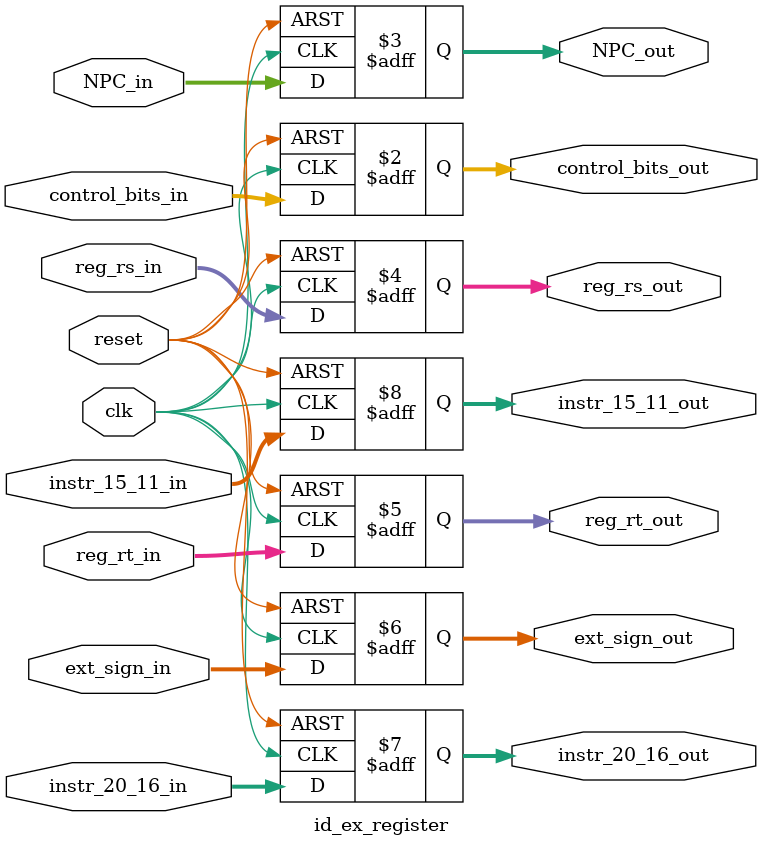
<source format=v>
`timescale 1ns / 1ps

module id_ex_register
(
    input clk,
    input reset,
    input [8:0] control_bits_in,
    input [31:0] NPC_in,
    input [31:0] reg_rs_in,
    input [31:0] reg_rt_in,
    input [31:0] ext_sign_in,
    input [4:0] instr_20_16_in,
    input [4:0] instr_15_11_in,
    output reg [8:0] control_bits_out,
    output reg [31:0] NPC_out,
    output reg [31:0] reg_rs_out,
    output reg [31:0] reg_rt_out,
    output reg [31:0] ext_sign_out,
    output reg [4:0] instr_20_16_out,
    output reg [4:0] instr_15_11_out
);

    always @(posedge clk or posedge reset) 
    begin
        if (reset) 
        begin
            control_bits_out <= 9'b0;
            NPC_out <= 32'h00000000;
            reg_rs_out <= 32'h00000000;
            reg_rt_out <= 32'h00000000;
            ext_sign_out <= 32'h00000000;
            instr_20_16_out <= 5'b00000;
            instr_15_11_out <= 5'b00000;
        end else 
        begin
            control_bits_out <= control_bits_in;
            NPC_out <= NPC_in;
            reg_rs_out <= reg_rs_in;
            reg_rt_out <= reg_rt_in;
            ext_sign_out <= ext_sign_in;
            instr_20_16_out <= instr_20_16_in;
            instr_15_11_out <= instr_15_11_in;
        end
    end

endmodule

</source>
